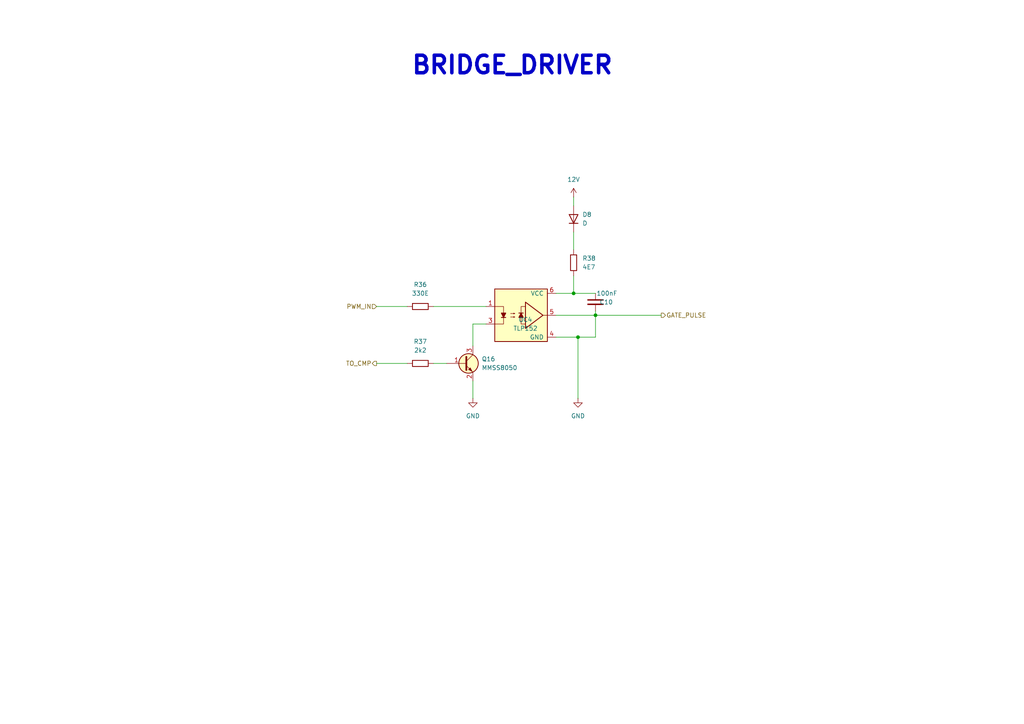
<source format=kicad_sch>
(kicad_sch (version 20231120) (generator "eeschema") (generator_version "8.0")
  (paper "A4")
  (lib_symbols
    (symbol "Device:D" (pin_numbers hide) (pin_names (offset 1.016) hide)
      (property "Reference" "D" (at 0 2.54 0))
      (property "Value" "D" (at 0 -2.54 0))
      (symbol "D_0_1"
        (polyline (pts (xy -1.27 1.27) (xy -1.27 -1.27)) (stroke (width 0.254)))
        (polyline (pts (xy 1.27 0) (xy -1.27 0)))
        (polyline (pts (xy 1.27 1.27) (xy 1.27 -1.27) (xy -1.27 0) (xy 1.27 1.27)) (stroke (width 0.254)))
      )
      (symbol "D_1_1"
        (pin passive line (at -3.81 0 0) (length 2.54) (name "K") (number "1"))
        (pin passive line (at 3.81 0 180) (length 2.54) (name "A") (number "2"))
      )
    )
    (symbol "PCM_Optocoupler_Gate_Driver_AKL:TLP152" (pin_names (offset 1.016))
      (property "Reference" "OC1" (at 1.27 -1.27 0))
      (property "Value" "TLP152" (at 1.27 -3.81 0))
      (symbol "TLP152_0_0"
        (rectangle (start -7.62 7.62) (end 7.62 -7.62) (stroke (width 0.254)) (fill (type background)))
        (polyline (pts (xy 7.62 0) (xy 6.35 0)))
        (polyline (pts (xy 1.27 -2.54) (xy 0 -2.54) (xy 0 2.54) (xy 1.27 2.54)))
        (polyline (pts (xy 6.35 0) (xy 1.27 3.81) (xy 1.27 -3.81) (xy 6.35 0)) (stroke (width 0.254)))
      )
      (symbol "TLP152_0_1"
        (polyline (pts (xy -5.715 -0.635) (xy -4.445 -0.635)) (stroke (width 0.254)))
        (polyline (pts (xy -7.62 2.54) (xy -5.08 2.54) (xy -5.08 -0.635)))
        (polyline (pts (xy -5.08 -0.635) (xy -5.08 -2.54) (xy -7.62 -2.54)))
        (polyline (pts (xy -5.08 -0.635) (xy -5.715 0.635) (xy -4.445 0.635) (xy -5.08 -0.635)) (stroke (width 0.254)) (fill (type outline)))
        (polyline (pts (xy -3.048 -0.508) (xy -1.778 -0.508) (xy -2.159 -0.635) (xy -2.159 -0.381) (xy -1.778 -0.508)))
        (polyline (pts (xy -3.048 0.508) (xy -1.778 0.508) (xy -2.159 0.381) (xy -2.159 0.635) (xy -1.778 0.508)))
      )
      (symbol "TLP152_1_1"
        (polyline (pts (xy 0.635 0.635) (xy -0.635 0.635)) (stroke (width 0.254)))
        (polyline (pts (xy 0 0.635) (xy 0.635 -0.635) (xy -0.635 -0.635) (xy 0 0.635)) (stroke (width 0.254)) (fill (type outline)))
        (pin passive line (at -10.16 2.54 0) (length 2.54) (name "~") (number "1"))
        (pin no_connect line (at 0 0 0) (length 2.54) hide (name "NC") (number "2"))
        (pin passive line (at -10.16 -2.54 0) (length 2.54) (name "~") (number "3"))
        (pin power_in line (at 10.16 -6.35 180) (length 2.54) (name "GND") (number "4"))
        (pin output line (at 10.16 0 180) (length 2.54) (name "~") (number "5"))
        (pin power_in line (at 10.16 6.35 180) (length 2.54) (name "VCC") (number "6"))
      )
    )
    (symbol "PCM_SL_Devices:Capacitor_NP"
      (property "Reference" "C" (at 0 6.35 0))
      (property "Value" "Capacitor_NP" (at 0 3.81 0))
      (symbol "Capacitor_NP_0_1"
        (rectangle (start -0.762 2.286) (end -0.508 -2.286) (fill (type outline)))
        (rectangle (start 0.508 2.286) (end 0.762 -2.286) (fill (type outline)))
      )
      (symbol "Capacitor_NP_1_1"
        (pin passive line (at -2.54 0 0) (length 2) (name "~") (number "1"))
        (pin input line (at 2.54 0 180) (length 2) (name "~") (number "2"))
      )
    )
    (symbol "PCM_SL_Resistors:Resistor"
      (property "Reference" "R" (at 0 5.08 0))
      (property "Value" "Resistor" (at 0 2.54 0))
      (symbol "Resistor_0_1"
        (rectangle (start -2.286 0.889) (end 2.286 -0.889) (stroke (width 0.24)))
      )
      (symbol "Resistor_1_1"
        (pin passive line (at -3.81 0 0) (length 1.5) (name "") (number "1"))
        (pin passive line (at 3.81 0 180) (length 1.5) (name "~") (number "2"))
      )
    )
    (symbol "PCM_Transistor_BJT_AKL:MMSS8050" (pin_names hide)
      (property "Reference" "Q" (at 5.08 1.27 0))
      (property "Value" "MMSS8050" (at 5.08 -1.27 0))
      (symbol "MMSS8050_0_1"
        (polyline (pts (xy 0.635 0.635) (xy 2.54 2.54)))
        (polyline (pts (xy 0.635 -0.635) (xy 2.54 -2.54) (xy 2.54 -2.54)))
        (polyline (pts (xy 0.635 1.905) (xy 0.635 -1.905) (xy 0.635 -1.905)) (stroke (width 0.508)))
        (polyline (pts (xy 1.27 -1.778) (xy 1.778 -1.27) (xy 2.286 -2.286) (xy 1.27 -1.778) (xy 1.27 -1.778)) (fill (type outline)))
        (circle (center 1.27 0) (radius 2.8194) (stroke (width 0.254)) (fill (type background)))
      )
      (symbol "MMSS8050_1_1"
        (pin input line (at -5.08 0 0) (length 5.715) (name "B") (number "1"))
        (pin passive line (at 2.54 -5.08 90) (length 2.54) (name "E") (number "2"))
        (pin passive line (at 2.54 5.08 270) (length 2.54) (name "C") (number "3"))
      )
    )
    (symbol "power:GND" (power) (pin_numbers hide) (pin_names (offset 0) hide)
      (property "Value" "GND" (at 0 -3.81 0))
      (symbol "GND_0_1"
        (polyline (pts (xy 0 0) (xy 0 -1.27) (xy 1.27 -1.27) (xy 0 -2.54) (xy -1.27 -1.27) (xy 0 -1.27)))
      )
      (symbol "GND_1_1"
        (pin power_in line (at 0 0 270) (length 0) (name "~") (number "1"))
      )
    )
    (symbol "power:VCC" (power) (pin_numbers hide) (pin_names (offset 0) hide)
      (property "Value" "VCC" (at 0 3.556 0))
      (symbol "VCC_0_1"
        (polyline (pts (xy -0.762 1.27) (xy 0 2.54)))
        (polyline (pts (xy 0 0) (xy 0 2.54)))
        (polyline (pts (xy 0 2.54) (xy 0.762 1.27)))
      )
      (symbol "VCC_1_1"
        (pin power_in line (at 0 0 90) (length 0) (name "~") (number "1"))
      )
    )
  )
  (junction (at 167.64 97.79))
  (junction (at 172.72 91.44))
  (junction (at 166.37 85.09))
  (wire (pts (xy 166.37 67.31) (xy 166.37 72.39)))
  (wire (pts (xy 161.29 91.44) (xy 172.72 91.44)))
  (wire (pts (xy 172.72 97.79) (xy 167.64 97.79)))
  (wire (pts (xy 137.16 110.49) (xy 137.16 115.57)))
  (wire (pts (xy 125.73 88.9) (xy 140.97 88.9)))
  (wire (pts (xy 137.16 93.98) (xy 140.97 93.98)))
  (wire (pts (xy 109.22 88.9) (xy 118.11 88.9)))
  (wire (pts (xy 109.22 105.41) (xy 118.11 105.41)))
  (wire (pts (xy 172.72 91.44) (xy 172.72 97.79)))
  (wire (pts (xy 166.37 57.15) (xy 166.37 59.69)))
  (wire (pts (xy 167.64 97.79) (xy 167.64 115.57)))
  (wire (pts (xy 172.72 91.44) (xy 191.77 91.44)))
  (wire (pts (xy 166.37 80.01) (xy 166.37 85.09)))
  (wire (pts (xy 172.72 90.17) (xy 172.72 91.44)))
  (wire (pts (xy 137.16 93.98) (xy 137.16 100.33)))
  (wire (pts (xy 172.72 85.09) (xy 166.37 85.09)))
  (wire (pts (xy 161.29 97.79) (xy 167.64 97.79)))
  (wire (pts (xy 125.73 105.41) (xy 129.54 105.41)))
  (wire (pts (xy 161.29 85.09) (xy 166.37 85.09)))
  (text "BRIDGE_DRIVER\n" (at 148.59 19.05 0) (effects (font (size 5.08 5.08) (thickness 1.016) (bold yes))))
  (hierarchical_label "TO_CMP" (shape output) (at 109.22 105.41 180))
  (hierarchical_label "GATE_PULSE" (shape output) (at 191.77 91.44 0))
  (hierarchical_label "PWM_IN" (shape input) (at 109.22 88.9 180))
  (symbol (lib_id "power:VCC") (at 166.37 57.15 0) (unit 1)
    (property "Reference" "#PWR02" (effects (hide yes)))
    (property "Value" "12V" (at 166.37 52.07 0))
    (property "Description" "Power symbol creates a global label with name \"VCC\"" (effects (hide yes)))
    (instances (project "" (path "" (reference "#PWR05") (unit 1)) (path "" (reference "#PWR04") (unit 1)) (path "" (reference "#PWR03") (unit 1)) (path "" (reference "#PWR02") (unit 1))))
  )
  (symbol (lib_id "PCM_SL_Resistors:Resistor") (at 121.92 105.41 180) (unit 1)
    (property "Reference" "R25" (at 121.92 99.06 0))
    (property "Value" "2k2" (at 121.92 101.6 0))
    (property "Footprint" "Resistor_THT:R_Axial_DIN0207_L6.3mm_D2.5mm_P10.16mm_Horizontal" (effects (hide yes)))
    (property "Description" "1/4W Resistor" (effects (hide yes)))
    (instances (project "kIKAD" (path "" (reference "R37") (unit 1)) (path "" (reference "R34") (unit 1)) (path "" (reference "R31") (unit 1)) (path "" (reference "R25") (unit 1))))
  )
  (symbol (lib_id "PCM_SL_Devices:Capacitor_NP") (at 172.72 87.63 270) (unit 1)
    (property "Reference" "C7" (at 177.8 87.63 90) (effects (justify right)))
    (property "Value" "100nF" (at 179.07 85.09 90) (effects (justify right)))
    (property "Footprint" "Capacitor_THT:C_Disc_D3.0mm_W2.0mm_P2.50mm" (effects (hide yes)))
    (property "Description" "Unpolarized Capacitor" (effects (hide yes)))
    (instances (project "kIKAD" (path "" (reference "C10") (unit 1)) (path "" (reference "C9") (unit 1)) (path "" (reference "C8") (unit 1)) (path "" (reference "C7") (unit 1))))
  )
  (symbol (lib_id "Device:D") (at 166.37 63.5 90) (unit 1)
    (property "Reference" "D5" (at 168.91 62.2299 90) (effects (justify right)))
    (property "Value" "D" (at 168.91 64.7699 90) (effects (justify right)))
    (property "Description" "Diode" (effects (hide yes)))
    (property "Sim.Device" "D" (effects (hide yes)))
    (property "Sim.Pins" "1=K 2=A" (effects (hide yes)))
    (instances (project "kIKAD" (path "" (reference "D8") (unit 1)) (path "" (reference "D7") (unit 1)) (path "" (reference "D6") (unit 1)) (path "" (reference "D5") (unit 1))))
  )
  (symbol (lib_id "power:GND") (at 137.16 115.57 0) (unit 1)
    (property "Reference" "#PWR06" (effects (hide yes)))
    (property "Value" "GND" (at 137.16 120.65 0))
    (property "Description" "Power symbol creates a global label with name \"GND\" , ground" (effects (hide yes)))
    (instances (project "" (path "" (reference "#PWR012") (unit 1)) (path "" (reference "#PWR011") (unit 1)) (path "" (reference "#PWR08") (unit 1)) (path "" (reference "#PWR06") (unit 1))))
  )
  (symbol (lib_id "PCM_Optocoupler_Gate_Driver_AKL:TLP152") (at 151.13 91.44 0) (unit 1)
    (property "Reference" "OC1" (at 152.4 92.71 0))
    (property "Value" "TLP152" (at 152.4 95.25 0))
    (property "Footprint" "Package_SO_AKL:SO-5_4.4x3.6mm_P1.27mm" (effects (hide yes)))
    (property "Datasheet" "https://www.tme.eu/Document/0ecb2936477951c69a460cf21f1cd2f3/TLP152%28E%28T.pdf" (effects (hide yes)))
    (property "Description" "SO-5 Optocoupler, Gate Driver output, 3.75kV, 2.5A, 190ns, Alternate KiCAD Library" (effects (hide yes)))
    (instances (project "kIKAD" (path "" (reference "OC4") (unit 1)) (path "" (reference "OC3") (unit 1)) (path "" (reference "OC2") (unit 1)) (path "" (reference "OC1") (unit 1))))
  )
  (symbol (lib_id "power:GND") (at 167.64 115.57 0) (unit 1)
    (property "Reference" "#PWR013" (effects (hide yes)))
    (property "Value" "GND" (at 167.64 120.65 0))
    (property "Description" "Power symbol creates a global label with name \"GND\" , ground" (effects (hide yes)))
    (instances (project "kIKAD" (path "" (reference "#PWR016") (unit 1)) (path "" (reference "#PWR015") (unit 1)) (path "" (reference "#PWR014") (unit 1)) (path "" (reference "#PWR013") (unit 1))))
  )
  (symbol (lib_id "PCM_SL_Resistors:Resistor") (at 166.37 76.2 90) (unit 1)
    (property "Reference" "R27" (at 168.91 74.9299 90) (effects (justify right)))
    (property "Value" "4E7" (at 168.91 77.4699 90) (effects (justify right)))
    (property "Footprint" "Resistor_THT:R_Axial_DIN0207_L6.3mm_D2.5mm_P10.16mm_Horizontal" (effects (hide yes)))
    (property "Description" "1/4W Resistor" (effects (hide yes)))
    (instances (project "kIKAD" (path "" (reference "R38") (unit 1)) (path "" (reference "R35") (unit 1)) (path "" (reference "R32") (unit 1)) (path "" (reference "R27") (unit 1))))
  )
  (symbol (lib_id "PCM_SL_Resistors:Resistor") (at 121.92 88.9 180) (unit 1)
    (property "Reference" "R26" (at 121.92 82.55 0))
    (property "Value" "330E" (at 121.92 85.09 0))
    (property "Footprint" "Resistor_THT:R_Axial_DIN0207_L6.3mm_D2.5mm_P10.16mm_Horizontal" (effects (hide yes)))
    (property "Description" "1/4W Resistor" (effects (hide yes)))
    (instances (project "kIKAD" (path "" (reference "R36") (unit 1)) (path "" (reference "R33") (unit 1)) (path "" (reference "R28") (unit 1)) (path "" (reference "R26") (unit 1))))
  )
  (symbol (lib_id "PCM_Transistor_BJT_AKL:MMSS8050") (at 134.62 105.41 0) (unit 1)
    (property "Reference" "Q13" (at 139.7 104.1399 0) (effects (justify left)))
    (property "Value" "MMSS8050" (at 139.7 106.6799 0) (effects (justify left)))
    (property "Footprint" "Package_TO_SOT_SMD_AKL:SOT-23" (effects (hide yes)))
    (property "Datasheet" "https://www.tme.eu/Document/724c1368d1e41c0842e24711fa206132/MMSS8050.pdf" (effects (hide yes)))
    (property "Description" "NPN SOT-23 transistor, 25V, 1.5A, Alternate KiCAD Library" (effects (hide yes)))
    (instances (project "kIKAD" (path "" (reference "Q16") (unit 1)) (path "" (reference "Q15") (unit 1)) (path "" (reference "Q14") (unit 1)) (path "" (reference "Q13") (unit 1))))
  )
)
</source>
